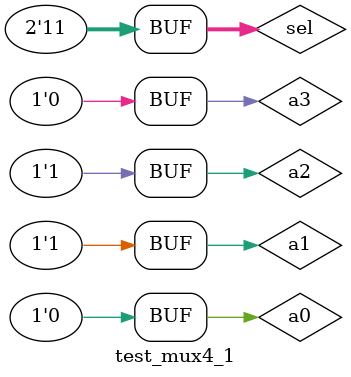
<source format=v>
module mux4_1(mux_out, a0,a1, a2, a3, sel);
    input a0, a1, a2, a3;
    input [1:0] sel;
    output mux_out;
    
    reg mux_out;
    
    //assign mux_out=(a0 & !sel[1] & !sel[0]) | (a1 & !sel[1] & sel[0]) | (a2 & sel[1] & !sel[0]) | (a3 & sel[1] & sel[0]);
    always@(a0 or a1 or a2 or a3 or sel)
    begin
    case (sel)
        2'b 00: mux_out=a0;
        2'b 01: mux_out=a1;
        2'b 10: mux_out=a2;
        2'b 11: mux_out=a3;
        default mux_out=a0;
    endcase
end
endmodule

//test
module test_mux4_1;
    wire mux_out;
    reg a0, a1, a2, a3;
    reg [1:0] sel;
    
    mux4_1 M(mux_out, a0, a1, a2, a3, sel);
    initial begin
        a0=1'b0;
        a1=1'b 1;
        a2=1'b 1;
        a3=1'b 0;
        sel=2'b 00;
        #10;
        sel=2'b 10;
        #10 
        sel=2'b 01;
        #10
        sel=2'b 11;
    end
    always@(a0 or a1 or a2 or a3 or sel)
    $display("at t=%t a0=%b a1=%b a2=%b a3=%b sel=%b mux_out=%b", $time, a0, a1, a2, a3, sel, mux_out);
endmodule
</source>
